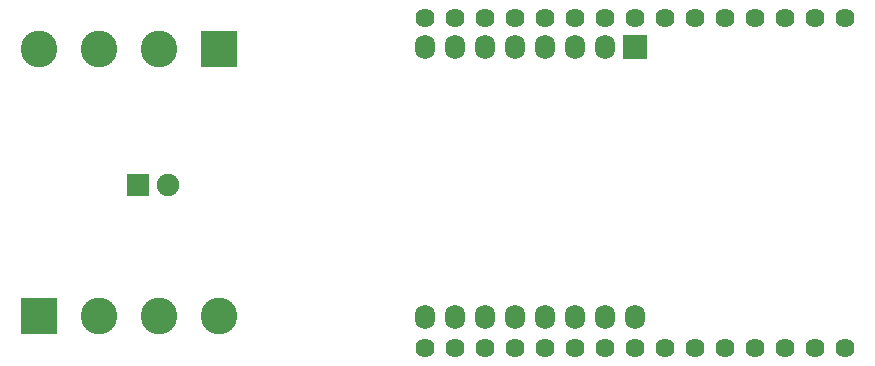
<source format=gbr>
%TF.GenerationSoftware,KiCad,Pcbnew,(6.0.4)*%
%TF.CreationDate,2022-04-29T21:33:46+01:00*%
%TF.ProjectId,environment_sensor,656e7669-726f-46e6-9d65-6e745f73656e,v0.1*%
%TF.SameCoordinates,Original*%
%TF.FileFunction,Soldermask,Bot*%
%TF.FilePolarity,Negative*%
%FSLAX46Y46*%
G04 Gerber Fmt 4.6, Leading zero omitted, Abs format (unit mm)*
G04 Created by KiCad (PCBNEW (6.0.4)) date 2022-04-29 21:33:46*
%MOMM*%
%LPD*%
G01*
G04 APERTURE LIST*
G04 Aperture macros list*
%AMRoundRect*
0 Rectangle with rounded corners*
0 $1 Rounding radius*
0 $2 $3 $4 $5 $6 $7 $8 $9 X,Y pos of 4 corners*
0 Add a 4 corners polygon primitive as box body*
4,1,4,$2,$3,$4,$5,$6,$7,$8,$9,$2,$3,0*
0 Add four circle primitives for the rounded corners*
1,1,$1+$1,$2,$3*
1,1,$1+$1,$4,$5*
1,1,$1+$1,$6,$7*
1,1,$1+$1,$8,$9*
0 Add four rect primitives between the rounded corners*
20,1,$1+$1,$2,$3,$4,$5,0*
20,1,$1+$1,$4,$5,$6,$7,0*
20,1,$1+$1,$6,$7,$8,$9,0*
20,1,$1+$1,$8,$9,$2,$3,0*%
G04 Aperture macros list end*
%ADD10C,1.624000*%
%ADD11RoundRect,0.050000X-0.900000X-0.900000X0.900000X-0.900000X0.900000X0.900000X-0.900000X0.900000X0*%
%ADD12C,1.900000*%
%ADD13RoundRect,0.050000X-1.000000X1.000000X-1.000000X-1.000000X1.000000X-1.000000X1.000000X1.000000X0*%
%ADD14O,1.700000X2.100000*%
%ADD15RoundRect,0.050000X1.500000X1.500000X-1.500000X1.500000X-1.500000X-1.500000X1.500000X-1.500000X0*%
%ADD16C,3.100000*%
%ADD17RoundRect,0.050000X-1.500000X-1.500000X1.500000X-1.500000X1.500000X1.500000X-1.500000X1.500000X0*%
G04 APERTURE END LIST*
D10*
X193675000Y-81280000D03*
X191135000Y-81280000D03*
X188595000Y-81280000D03*
X186055000Y-81280000D03*
X183515000Y-81280000D03*
X180975000Y-81280000D03*
X178435000Y-81280000D03*
X175895000Y-81280000D03*
X173355000Y-81280000D03*
X170815000Y-81280000D03*
X168275000Y-81280000D03*
X165735000Y-81280000D03*
X163195000Y-81280000D03*
X160655000Y-81280000D03*
X158115000Y-81280000D03*
X158115000Y-109220000D03*
X160655000Y-109220000D03*
X163195000Y-109220000D03*
X165735000Y-109220000D03*
X168275000Y-109220000D03*
X170815000Y-109220000D03*
X173355000Y-109220000D03*
X175895000Y-109220000D03*
X178435000Y-109220000D03*
X180975000Y-109220000D03*
X183515000Y-109220000D03*
X186055000Y-109220000D03*
X188595000Y-109220000D03*
X191135000Y-109220000D03*
X193675000Y-109220000D03*
D11*
X133857000Y-95446500D03*
D12*
X136397000Y-95446500D03*
D13*
X175895000Y-83797000D03*
D14*
X173355000Y-83797000D03*
X170815000Y-83797000D03*
X168275000Y-83797000D03*
X165735000Y-83797000D03*
X163195000Y-83797000D03*
X160655000Y-83797000D03*
X158115000Y-83797000D03*
X158115000Y-106657000D03*
X160655000Y-106657000D03*
X163195000Y-106657000D03*
X165735000Y-106657000D03*
X168275000Y-106657000D03*
X170815000Y-106657000D03*
X173355000Y-106657000D03*
X175895000Y-106657000D03*
D15*
X140716000Y-83947000D03*
D16*
X135636000Y-83947000D03*
X130556000Y-83947000D03*
X125476000Y-83947000D03*
D17*
X125476000Y-106553000D03*
D16*
X130556000Y-106553000D03*
X135636000Y-106553000D03*
X140716000Y-106553000D03*
M02*

</source>
